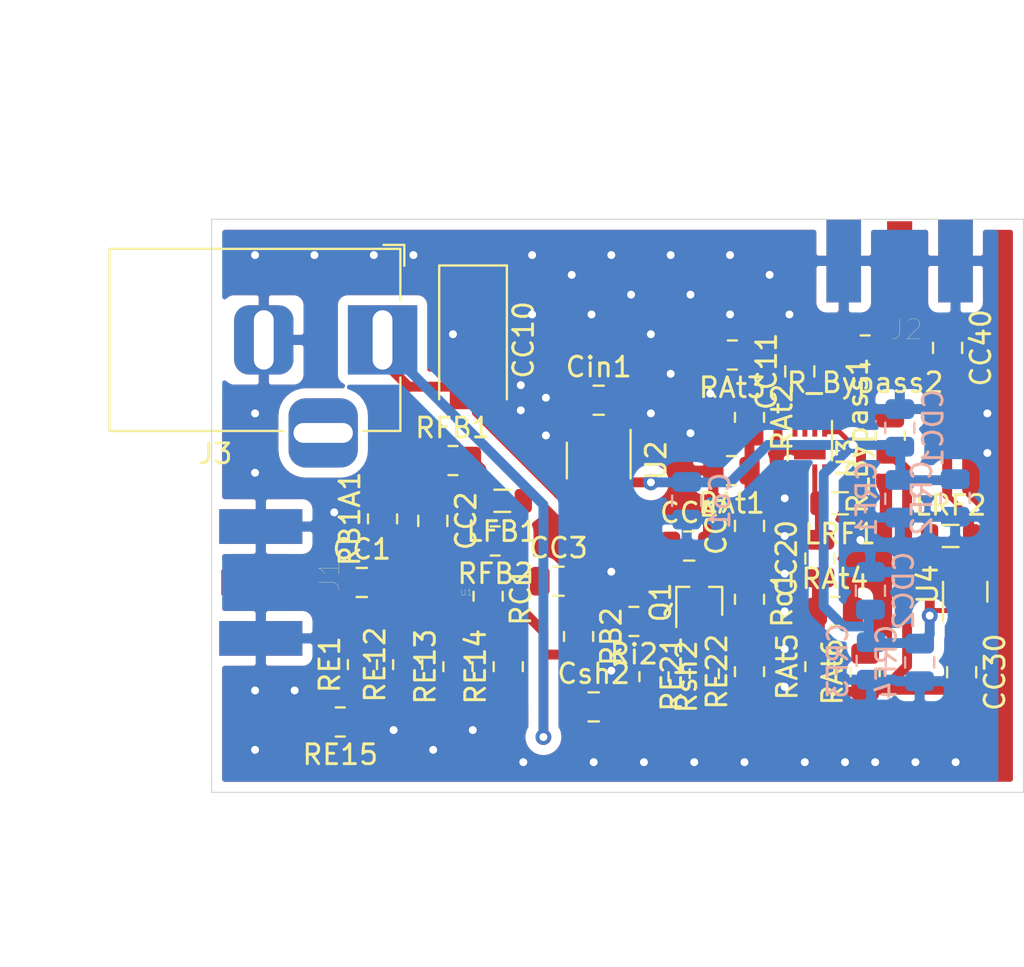
<source format=kicad_pcb>
(kicad_pcb (version 20171130) (host pcbnew "(5.1.9)-1")
  (layers (0 F.Cu signal) (31 B.Cu signal) (34 B.Paste user) (35 F.Paste user) (36 B.SilkS user) (37 F.SilkS user) (38 B.Mask user) (39 F.Mask user) (44 Edge.Cuts user))
  (net 0 "")
  (net 1 "Net-(CC1-Pad2)")
  (net 2 "Net-(CC1-Pad1)")
  (net 3 "Net-(CC2-Pad1)")
  (net 4 "Net-(CC3-Pad2)")
  (net 5 "Net-(CC3-Pad1)")
  (net 6 GND)
  (net 7 VCC)
  (net 8 "Net-(CC5-Pad2)")
  (net 9 "Net-(CC5-Pad1)")
  (net 10 /LNA_Input1)
  (net 11 "Net-(CC11-Pad1)")
  (net 12 "Net-(CC20-Pad2)")
  (net 13 "Net-(CC20-Pad1)")
  (net 14 "Net-(CC30-Pad1)")
  (net 15 "Net-(CC40-Pad2)")
  (net 16 "Net-(CC40-Pad1)")
  (net 17 "Net-(CDC1-Pad1)")
  (net 18 "Net-(Csh2-Pad2)")
  (net 19 "Net-(LFB1-Pad2)")
  (net 20 "Net-(LFB1-Pad1)")
  (net 21 "Net-(Q1-Pad2)")
  (net 22 "Net-(Q1-Pad1)")
  (net 23 "Net-(RE1-Pad2)")
  (net 24 "Net-(U2-Pad4)")
  (net 25 "Net-(U3-Pad6)")
  (net 26 "Net-(U3-Pad4)")
  (net 27 "Net-(U3-Pad8)")
  (net 28 "Net-(U3-Pad3)")
  (net 29 "Net-(U4-Pad6)")
  (net 30 "Net-(U4-Pad4)")
  (net 31 "Net-(U4-Pad8)")
  (net 32 "Net-(U4-Pad3)")
  (net 33 "Net-(CC30-Pad2)")
  (module AdditionalLibs:SAMTEC_SMA-J-P-H-ST-EM1 (layer F.Cu) (at 74.38644 32.88792 180)
    (fp_text reference J2 (at -0.34105 -3.66967) (layer F.SilkS) (effects (font (thickness 0.015))))
    (fp_text value SMA-J-P-H-ST-EM1)
    (pad 3_2 smd rect (at 2.825 -0.2 180) (size 1.75 4.2) (layers B.Cu B.Paste B.Mask) (net 6 GND))
    (pad 2_2 smd rect (at -2.825 -0.2 180) (size 1.75 4.2) (layers B.Cu B.Paste B.Mask) (net 6 GND))
    (pad 3_1 smd rect (at 2.825 -0.2 180) (size 1.75 4.2) (layers F.Cu F.Paste F.Mask) (net 6 GND))
    (pad 2_1 smd rect (at -2.825 -0.2 180) (size 1.75 4.2) (layers F.Cu F.Paste F.Mask) (net 6 GND))
    (pad 1 smd rect (at 0 0 180) (size 1.27 3.6) (layers F.Cu F.Paste F.Mask) (net 16 "Net-(CC40-Pad1)"))
  )
  (module AdditionalLibs:SAMTEC_SMA-J-P-H-ST-EM1 (layer F.Cu) (at 41.91 49.34 270)
    (fp_text reference J1 (at -0.34105 -3.66967 90) (layer F.SilkS) (effects (font (thickness 0.015))))
    (fp_text value SMA-J-P-H-ST-EM1)
    (pad 3_2 smd rect (at 2.825 -0.2 270) (size 1.75 4.2) (layers B.Cu B.Paste B.Mask) (net 6 GND))
    (pad 2_2 smd rect (at -2.825 -0.2 270) (size 1.75 4.2) (layers B.Cu B.Paste B.Mask) (net 6 GND))
    (pad 3_1 smd rect (at 2.825 -0.2 270) (size 1.75 4.2) (layers F.Cu F.Paste F.Mask) (net 6 GND))
    (pad 2_1 smd rect (at -2.825 -0.2 270) (size 1.75 4.2) (layers F.Cu F.Paste F.Mask) (net 6 GND))
    (pad 1 smd rect (at 0 0 270) (size 1.27 3.6) (layers F.Cu F.Paste F.Mask) (net 2 "Net-(CC1-Pad1)"))
  )
  (module Resistor_SMD:R_0805_2012Metric (layer F.Cu) (at 72.644 53.848 90)
    (fp_text reference RAt6 (at 0 -1.65 90) (layer F.SilkS))
    (fp_text value 300)
    (pad 2 smd roundrect (at 0.9125 0 90) (size 1.025 1.4) (layers F.Cu F.Paste F.Mask) (roundrect_rratio 0.243902) (net 6 GND))
    (pad 1 smd roundrect (at -0.9125 0 90) (size 1.025 1.4) (layers F.Cu F.Paste F.Mask) (roundrect_rratio 0.243902) (net 33 "Net-(CC30-Pad2)"))
  )
  (module Resistor_SMD:R_0805_2012Metric (layer F.Cu) (at 70.358 53.594 90)
    (fp_text reference RAt5 (at 0 -1.65 90) (layer F.SilkS))
    (fp_text value 18)
    (pad 2 smd roundrect (at 0.9125 0 90) (size 1.025 1.4) (layers F.Cu F.Paste F.Mask) (roundrect_rratio 0.243902) (net 13 "Net-(CC20-Pad1)"))
    (pad 1 smd roundrect (at -0.9125 0 90) (size 1.025 1.4) (layers F.Cu F.Paste F.Mask) (roundrect_rratio 0.243902) (net 33 "Net-(CC30-Pad2)"))
  )
  (module Resistor_SMD:R_0805_2012Metric (layer F.Cu) (at 71.12 50.8)
    (fp_text reference RAt4 (at 0 -1.65) (layer F.SilkS))
    (fp_text value 300)
    (pad 2 smd roundrect (at 0.9125 0) (size 1.025 1.4) (layers F.Cu F.Paste F.Mask) (roundrect_rratio 0.243902) (net 6 GND))
    (pad 1 smd roundrect (at -0.9125 0) (size 1.025 1.4) (layers F.Cu F.Paste F.Mask) (roundrect_rratio 0.243902) (net 13 "Net-(CC20-Pad1)"))
  )
  (module Package_SON:WSON-8-1EP_2x2mm_P0.5mm_EP0.9x1.6mm (layer F.Cu) (at 77.6986 49.8094 90)
    (fp_text reference U4 (at 0.38 -1.9 90) (layer F.SilkS))
    (fp_text value TRF37A73)
    (pad 6 smd rect (at 0.95 0.25 90) (size 0.5 0.25) (layers F.Cu F.Paste F.Mask) (net 29 "Net-(U4-Pad6)"))
    (pad 5 smd rect (at 0.95 0.75 90) (size 0.5 0.25) (layers F.Cu F.Paste F.Mask) (net 6 GND))
    (pad 4 smd rect (at -0.95 0.75 90) (size 0.5 0.25) (layers F.Cu F.Paste F.Mask) (net 30 "Net-(U4-Pad4)"))
    (pad 2 smd rect (at -0.95 -0.25 90) (size 0.5 0.25) (layers F.Cu F.Paste F.Mask) (net 14 "Net-(CC30-Pad1)"))
    (pad 1 smd rect (at -0.95 -0.75 90) (size 0.5 0.25) (layers F.Cu F.Paste F.Mask) (net 17 "Net-(CDC1-Pad1)"))
    (pad 9 smd rect (at 0 0 90) (size 0.9 1.6) (layers F.Cu F.Mask) (net 6 GND))
    (pad 8 smd rect (at 0.95 -0.75 90) (size 0.5 0.25) (layers F.Cu F.Paste F.Mask) (net 31 "Net-(U4-Pad8)"))
    (pad 7 smd rect (at 0.95 -0.25 90) (size 0.5 0.25) (layers F.Cu F.Paste F.Mask) (net 15 "Net-(CC40-Pad2)"))
    (pad 3 smd rect (at -0.95 0.25 90) (size 0.5 0.25) (layers F.Cu F.Paste F.Mask) (net 32 "Net-(U4-Pad3)"))
  )
  (module Package_SON:WSON-8-1EP_2x2mm_P0.5mm_EP0.9x1.6mm (layer F.Cu) (at 69.85 42.672 270)
    (fp_text reference U3 (at 0.38 -1.9 90) (layer F.SilkS))
    (fp_text value TRF37A73)
    (pad 6 smd rect (at 0.95 0.25 270) (size 0.5 0.25) (layers F.Cu F.Paste F.Mask) (net 25 "Net-(U3-Pad6)"))
    (pad 5 smd rect (at 0.95 0.75 270) (size 0.5 0.25) (layers F.Cu F.Paste F.Mask) (net 6 GND))
    (pad 4 smd rect (at -0.95 0.75 270) (size 0.5 0.25) (layers F.Cu F.Paste F.Mask) (net 26 "Net-(U3-Pad4)"))
    (pad 2 smd rect (at -0.95 -0.25 270) (size 0.5 0.25) (layers F.Cu F.Paste F.Mask) (net 11 "Net-(CC11-Pad1)"))
    (pad 1 smd rect (at -0.95 -0.75 270) (size 0.5 0.25) (layers F.Cu F.Paste F.Mask) (net 17 "Net-(CDC1-Pad1)"))
    (pad 9 smd rect (at 0 0 270) (size 0.9 1.6) (layers F.Cu F.Mask) (net 6 GND))
    (pad 8 smd rect (at 0.95 -0.75 270) (size 0.5 0.25) (layers F.Cu F.Paste F.Mask) (net 27 "Net-(U3-Pad8)"))
    (pad 7 smd rect (at 0.95 -0.25 270) (size 0.5 0.25) (layers F.Cu F.Paste F.Mask) (net 12 "Net-(CC20-Pad2)"))
    (pad 3 smd rect (at -0.95 0.25 270) (size 0.5 0.25) (layers F.Cu F.Paste F.Mask) (net 28 "Net-(U3-Pad3)"))
  )
  (module Package_TO_SOT_SMD:SOT-23-5 (layer F.Cu) (at 59.182 43.18 270)
    (fp_text reference U2 (at 0 -2.9 90) (layer F.SilkS))
    (fp_text value TPS7A0533PDBV)
    (pad 5 smd rect (at 1.1 -0.95 270) (size 1.06 0.65) (layers F.Cu F.Paste F.Mask) (net 17 "Net-(CDC1-Pad1)"))
    (pad 4 smd rect (at 1.1 0.95 270) (size 1.06 0.65) (layers F.Cu F.Paste F.Mask) (net 24 "Net-(U2-Pad4)"))
    (pad 3 smd rect (at -1.1 0.95 270) (size 1.06 0.65) (layers F.Cu F.Paste F.Mask) (net 7 VCC))
    (pad 2 smd rect (at -1.1 0 270) (size 1.06 0.65) (layers F.Cu F.Paste F.Mask) (net 6 GND))
    (pad 1 smd rect (at -1.1 -0.95 270) (size 1.06 0.65) (layers F.Cu F.Paste F.Mask) (net 7 VCC))
  )
  (module AdditionalLibs:SOT343 (layer F.Cu) (at 50.8 49.784)
    (fp_text reference U1 (at 1.690023 0.06 180) (layer F.SilkS) (effects (font (size 0.314965 0.314965) (thickness 0.015))))
    (fp_text value BFU790F)
    (pad 3 smd rect (at -0.65 -0.8) (size 0.6 0.8) (layers F.Cu F.Paste F.Mask) (net 23 "Net-(RE1-Pad2)"))
    (pad 4 smd rect (at 0.65 -0.8) (size 0.6 0.8) (layers F.Cu F.Paste F.Mask) (net 5 "Net-(CC3-Pad1)"))
    (pad 1 smd rect (at 0.5 0.8) (size 0.9 0.8) (layers F.Cu F.Paste F.Mask) (net 23 "Net-(RE1-Pad2)"))
    (pad 2 smd rect (at -0.65 0.8) (size 0.6 0.8) (layers F.Cu F.Paste F.Mask) (net 1 "Net-(CC1-Pad2)"))
  )
  (module Resistor_SMD:R_0805_2012Metric (layer F.Cu) (at 61.976 54.102 270)
    (fp_text reference Rsh2 (at 0 -1.65 90) (layer F.SilkS))
    (fp_text value 120)
    (pad 2 smd roundrect (at 0.9125 0 270) (size 1.025 1.4) (layers F.Cu F.Paste F.Mask) (roundrect_rratio 0.243902) (net 18 "Net-(Csh2-Pad2)"))
    (pad 1 smd roundrect (at -0.9125 0 270) (size 1.025 1.4) (layers F.Cu F.Paste F.Mask) (roundrect_rratio 0.243902) (net 22 "Net-(Q1-Pad1)"))
  )
  (module Resistor_SMD:R_0805_2012Metric (layer F.Cu) (at 66.802 50.1885 270)
    (fp_text reference Ro1 (at 0 -1.65 90) (layer F.SilkS))
    (fp_text value 27)
    (pad 2 smd roundrect (at 0.9125 0 270) (size 1.025 1.4) (layers F.Cu F.Paste F.Mask) (roundrect_rratio 0.243902) (net 21 "Net-(Q1-Pad2)"))
    (pad 1 smd roundrect (at -0.9125 0 270) (size 1.025 1.4) (layers F.Cu F.Paste F.Mask) (roundrect_rratio 0.243902) (net 9 "Net-(CC5-Pad1)"))
  )
  (module Resistor_SMD:R_0805_2012Metric (layer F.Cu) (at 60.96 51.308 180)
    (fp_text reference Ri2 (at 0 -1.65) (layer F.SilkS))
    (fp_text value 18)
    (pad 2 smd roundrect (at 0.9125 0 180) (size 1.025 1.4) (layers F.Cu F.Paste F.Mask) (roundrect_rratio 0.243902) (net 4 "Net-(CC3-Pad2)"))
    (pad 1 smd roundrect (at -0.9125 0 180) (size 1.025 1.4) (layers F.Cu F.Paste F.Mask) (roundrect_rratio 0.243902) (net 22 "Net-(Q1-Pad1)"))
  )
  (module Resistor_SMD:R_0805_2012Metric (layer F.Cu) (at 53.9515 47.244 180)
    (fp_text reference RFB2 (at 0 -1.65) (layer F.SilkS))
    (fp_text value 330)
    (pad 2 smd roundrect (at 0.9125 0 180) (size 1.025 1.4) (layers F.Cu F.Paste F.Mask) (roundrect_rratio 0.243902) (net 5 "Net-(CC3-Pad1)"))
    (pad 1 smd roundrect (at -0.9125 0 180) (size 1.025 1.4) (layers F.Cu F.Paste F.Mask) (roundrect_rratio 0.243902) (net 20 "Net-(LFB1-Pad1)"))
  )
  (module Resistor_SMD:R_0805_2012Metric (layer F.Cu) (at 51.816 43.18)
    (fp_text reference RFB1 (at 0 -1.65) (layer F.SilkS))
    (fp_text value 330)
    (pad 2 smd roundrect (at 0.9125 0) (size 1.025 1.4) (layers F.Cu F.Paste F.Mask) (roundrect_rratio 0.243902) (net 19 "Net-(LFB1-Pad2)"))
    (pad 1 smd roundrect (at -0.9125 0) (size 1.025 1.4) (layers F.Cu F.Paste F.Mask) (roundrect_rratio 0.243902) (net 3 "Net-(CC2-Pad1)"))
  )
  (module Resistor_SMD:R_0805_2012Metric (layer F.Cu) (at 66.802 53.848 90)
    (fp_text reference RE22 (at 0 -1.65 90) (layer F.SilkS))
    (fp_text value 150)
    (pad 2 smd roundrect (at 0.9125 0 90) (size 1.025 1.4) (layers F.Cu F.Paste F.Mask) (roundrect_rratio 0.243902) (net 21 "Net-(Q1-Pad2)"))
    (pad 1 smd roundrect (at -0.9125 0 90) (size 1.025 1.4) (layers F.Cu F.Paste F.Mask) (roundrect_rratio 0.243902) (net 6 GND))
  )
  (module Resistor_SMD:R_0805_2012Metric (layer F.Cu) (at 64.516 53.9515 90)
    (fp_text reference RE21 (at 0 -1.65 90) (layer F.SilkS))
    (fp_text value 150)
    (pad 2 smd roundrect (at 0.9125 0 90) (size 1.025 1.4) (layers F.Cu F.Paste F.Mask) (roundrect_rratio 0.243902) (net 21 "Net-(Q1-Pad2)"))
    (pad 1 smd roundrect (at -0.9125 0 90) (size 1.025 1.4) (layers F.Cu F.Paste F.Mask) (roundrect_rratio 0.243902) (net 6 GND))
  )
  (module Resistor_SMD:R_0805_2012Metric (layer F.Cu) (at 46.1245 56.388 180)
    (fp_text reference RE15 (at 0 -1.65) (layer F.SilkS))
    (fp_text value 18)
    (pad 2 smd roundrect (at 0.9125 0 180) (size 1.025 1.4) (layers F.Cu F.Paste F.Mask) (roundrect_rratio 0.243902) (net 23 "Net-(RE1-Pad2)"))
    (pad 1 smd roundrect (at -0.9125 0 180) (size 1.025 1.4) (layers F.Cu F.Paste F.Mask) (roundrect_rratio 0.243902) (net 6 GND))
  )
  (module Resistor_SMD:R_0805_2012Metric (layer F.Cu) (at 54.61 53.594 90)
    (fp_text reference RE14 (at 0 -1.65 90) (layer F.SilkS))
    (fp_text value 18)
    (pad 2 smd roundrect (at 0.9125 0 90) (size 1.025 1.4) (layers F.Cu F.Paste F.Mask) (roundrect_rratio 0.243902) (net 23 "Net-(RE1-Pad2)"))
    (pad 1 smd roundrect (at -0.9125 0 90) (size 1.025 1.4) (layers F.Cu F.Paste F.Mask) (roundrect_rratio 0.243902) (net 6 GND))
  )
  (module Resistor_SMD:R_0805_2012Metric (layer F.Cu) (at 52.07 53.594 90)
    (fp_text reference RE13 (at 0 -1.65 90) (layer F.SilkS))
    (fp_text value 18)
    (pad 2 smd roundrect (at 0.9125 0 90) (size 1.025 1.4) (layers F.Cu F.Paste F.Mask) (roundrect_rratio 0.243902) (net 23 "Net-(RE1-Pad2)"))
    (pad 1 smd roundrect (at -0.9125 0 90) (size 1.025 1.4) (layers F.Cu F.Paste F.Mask) (roundrect_rratio 0.243902) (net 6 GND))
  )
  (module Resistor_SMD:R_0805_2012Metric (layer F.Cu) (at 49.53 53.4905 90)
    (fp_text reference RE12 (at 0 -1.65 90) (layer F.SilkS))
    (fp_text value 18)
    (pad 2 smd roundrect (at 0.9125 0 90) (size 1.025 1.4) (layers F.Cu F.Paste F.Mask) (roundrect_rratio 0.243902) (net 23 "Net-(RE1-Pad2)"))
    (pad 1 smd roundrect (at -0.9125 0 90) (size 1.025 1.4) (layers F.Cu F.Paste F.Mask) (roundrect_rratio 0.243902) (net 6 GND))
  )
  (module Resistor_SMD:R_0805_2012Metric (layer F.Cu) (at 47.244 53.4905 90)
    (fp_text reference RE1 (at 0 -1.65 90) (layer F.SilkS))
    (fp_text value 18)
    (pad 2 smd roundrect (at 0.9125 0 90) (size 1.025 1.4) (layers F.Cu F.Paste F.Mask) (roundrect_rratio 0.243902) (net 23 "Net-(RE1-Pad2)"))
    (pad 1 smd roundrect (at -0.9125 0 90) (size 1.025 1.4) (layers F.Cu F.Paste F.Mask) (roundrect_rratio 0.243902) (net 6 GND))
  )
  (module Resistor_SMD:R_0805_2012Metric (layer F.Cu) (at 53.594 50.038 270)
    (fp_text reference RC1 (at 0 -1.65 90) (layer F.SilkS))
    (fp_text value 100)
    (pad 2 smd roundrect (at 0.9125 0 270) (size 1.025 1.4) (layers F.Cu F.Paste F.Mask) (roundrect_rratio 0.243902) (net 7 VCC))
    (pad 1 smd roundrect (at -0.9125 0 270) (size 1.025 1.4) (layers F.Cu F.Paste F.Mask) (roundrect_rratio 0.243902) (net 5 "Net-(CC3-Pad1)"))
  )
  (module Resistor_SMD:R_0805_2012Metric (layer F.Cu) (at 48.26 46.1245 90)
    (fp_text reference RB1A1 (at 0 -1.65 90) (layer F.SilkS))
    (fp_text value 47k)
    (pad 2 smd roundrect (at 0.9125 0 90) (size 1.025 1.4) (layers F.Cu F.Paste F.Mask) (roundrect_rratio 0.243902) (net 7 VCC))
    (pad 1 smd roundrect (at -0.9125 0 90) (size 1.025 1.4) (layers F.Cu F.Paste F.Mask) (roundrect_rratio 0.243902) (net 1 "Net-(CC1-Pad2)"))
  )
  (module Resistor_SMD:R_0805_2012Metric (layer F.Cu) (at 58.166 52.07 270)
    (fp_text reference RB2 (at 0 -1.65 90) (layer F.SilkS))
    (fp_text value 9.1k)
    (pad 2 smd roundrect (at 0.9125 0 270) (size 1.025 1.4) (layers F.Cu F.Paste F.Mask) (roundrect_rratio 0.243902) (net 7 VCC))
    (pad 1 smd roundrect (at -0.9125 0 270) (size 1.025 1.4) (layers F.Cu F.Paste F.Mask) (roundrect_rratio 0.243902) (net 4 "Net-(CC3-Pad2)"))
  )
  (module Resistor_SMD:R_0805_2012Metric (layer F.Cu) (at 65.9365 37.846 180)
    (fp_text reference RAt3 (at 0 -1.65) (layer F.SilkS))
    (fp_text value 300)
    (pad 2 smd roundrect (at 0.9125 0 180) (size 1.025 1.4) (layers F.Cu F.Paste F.Mask) (roundrect_rratio 0.243902) (net 6 GND))
    (pad 1 smd roundrect (at -0.9125 0 180) (size 1.025 1.4) (layers F.Cu F.Paste F.Mask) (roundrect_rratio 0.243902) (net 10 /LNA_Input1))
  )
  (module Resistor_SMD:R_0805_2012Metric (layer F.Cu) (at 66.802 40.9975 270)
    (fp_text reference RAt2 (at 0 -1.65 90) (layer F.SilkS))
    (fp_text value 18)
    (pad 2 smd roundrect (at 0.9125 0 270) (size 1.025 1.4) (layers F.Cu F.Paste F.Mask) (roundrect_rratio 0.243902) (net 8 "Net-(CC5-Pad2)"))
    (pad 1 smd roundrect (at -0.9125 0 270) (size 1.025 1.4) (layers F.Cu F.Paste F.Mask) (roundrect_rratio 0.243902) (net 10 /LNA_Input1))
  )
  (module Resistor_SMD:R_0805_2012Metric (layer F.Cu) (at 65.8895 43.688 180)
    (fp_text reference RAt1 (at 0 -1.65) (layer F.SilkS))
    (fp_text value 300)
    (pad 2 smd roundrect (at 0.9125 0 180) (size 1.025 1.4) (layers F.Cu F.Paste F.Mask) (roundrect_rratio 0.243902) (net 6 GND))
    (pad 1 smd roundrect (at -0.9125 0 180) (size 1.025 1.4) (layers F.Cu F.Paste F.Mask) (roundrect_rratio 0.243902) (net 8 "Net-(CC5-Pad2)"))
  )
  (module Resistor_SMD:R_0805_2012Metric (layer F.Cu) (at 72.644 37.592 180)
    (fp_text reference R_Bypass2 (at 0 -1.65) (layer F.SilkS))
    (fp_text value 0)
    (pad 2 smd roundrect (at 0.9125 0 180) (size 1.025 1.4) (layers F.Cu F.Paste F.Mask) (roundrect_rratio 0.243902) (net 11 "Net-(CC11-Pad1)"))
    (pad 1 smd roundrect (at -0.9125 0 180) (size 1.025 1.4) (layers F.Cu F.Paste F.Mask) (roundrect_rratio 0.243902) (net 15 "Net-(CC40-Pad2)"))
  )
  (module Resistor_SMD:R_0805_2012Metric (layer F.Cu) (at 73.914 41.91 90)
    (fp_text reference R_Bypass1 (at 0 -1.65 90) (layer F.SilkS))
    (fp_text value 0)
    (pad 2 smd roundrect (at 0.9125 0 90) (size 1.025 1.4) (layers F.Cu F.Paste F.Mask) (roundrect_rratio 0.243902) (net 11 "Net-(CC11-Pad1)"))
    (pad 1 smd roundrect (at -0.9125 0 90) (size 1.025 1.4) (layers F.Cu F.Paste F.Mask) (roundrect_rratio 0.243902) (net 33 "Net-(CC30-Pad2)"))
  )
  (module Package_TO_SOT_SMD:SOT-323_SC-70 (layer F.Cu) (at 64.262 50.292 90)
    (fp_text reference Q1 (at -0.05 -1.95 90) (layer F.SilkS))
    (fp_text value Q_NPN_BEC)
    (pad 3 smd rect (at 1 0) (size 0.45 0.7) (layers F.Cu F.Paste F.Mask) (net 7 VCC))
    (pad 2 smd rect (at -1 0.65) (size 0.45 0.7) (layers F.Cu F.Paste F.Mask) (net 21 "Net-(Q1-Pad2)"))
    (pad 1 smd rect (at -1 -0.65) (size 0.45 0.7) (layers F.Cu F.Paste F.Mask) (net 22 "Net-(Q1-Pad1)"))
  )
  (module Inductor_SMD:L_0805_2012Metric (layer F.Cu) (at 76.962 46.99)
    (fp_text reference LRF2 (at 0 -1.55) (layer F.SilkS))
    (fp_text value 100n)
    (pad 2 smd roundrect (at 1.0625 0) (size 0.875 1.2) (layers F.Cu F.Paste F.Mask) (net 15 "Net-(CC40-Pad2)"))
    (pad 1 smd roundrect (at -1.0625 0) (size 0.875 1.2) (layers F.Cu F.Paste F.Mask) (net 17 "Net-(CDC1-Pad1)"))
  )
  (module Inductor_SMD:L_0805_2012Metric (layer F.Cu) (at 71.374 45.339 180)
    (fp_text reference LRF1 (at 0 -1.55) (layer F.SilkS))
    (fp_text value 100n)
    (pad 2 smd roundrect (at 1.0625 0 180) (size 0.875 1.2) (layers F.Cu F.Paste F.Mask) (net 12 "Net-(CC20-Pad2)"))
    (pad 1 smd roundrect (at -1.0625 0 180) (size 0.875 1.2) (layers F.Cu F.Paste F.Mask) (net 17 "Net-(CDC1-Pad1)"))
  )
  (module Inductor_SMD:L_0805_2012Metric (layer F.Cu) (at 54.3095 45.212 180)
    (fp_text reference LFB1 (at 0 -1.55) (layer F.SilkS))
    (fp_text value 130n)
    (pad 2 smd roundrect (at 1.0625 0 180) (size 0.875 1.2) (layers F.Cu F.Paste F.Mask) (net 19 "Net-(LFB1-Pad2)"))
    (pad 1 smd roundrect (at -1.0625 0 180) (size 0.875 1.2) (layers F.Cu F.Paste F.Mask) (net 20 "Net-(LFB1-Pad1)"))
  )
  (module Connector_BarrelJack:BarrelJack_Horizontal (layer F.Cu) (at 48.26 37.084)
    (fp_text reference J3 (at -8.45 5.75) (layer F.SilkS))
    (fp_text value Barrel_Jack_MountingPin)
    (pad 3 thru_hole roundrect (at -3 4.7) (size 3.5 3.5) (drill oval 3 1) (layers *.Cu *.Mask))
    (pad 2 thru_hole roundrect (at -6 0) (size 3 3.5) (drill oval 1 3) (layers *.Cu *.Mask) (net 6 GND))
    (pad 1 thru_hole rect (at 0 0) (size 3.5 3.5) (drill oval 1 3) (layers *.Cu *.Mask) (net 7 VCC))
  )
  (module Capacitor_SMD:C_0805_2012Metric (layer F.Cu) (at 58.928 55.626)
    (fp_text reference Csh2 (at 0 -1.68) (layer F.SilkS))
    (fp_text value 1.2p)
    (pad 2 smd roundrect (at 0.95 0) (size 1 1.45) (layers F.Cu F.Paste F.Mask) (net 18 "Net-(Csh2-Pad2)"))
    (pad 1 smd roundrect (at -0.95 0) (size 1 1.45) (layers F.Cu F.Paste F.Mask) (net 6 GND))
  )
  (module Capacitor_SMD:C_0805_2012Metric (layer B.Cu) (at 75.3999 53.3781 270)
    (fp_text reference CRF4 (at 0 1.68 90) (layer B.SilkS) (effects (justify mirror)))
    (fp_text value 20p)
    (pad 2 smd roundrect (at 0.95 0 270) (size 1 1.45) (layers B.Cu B.Paste B.Mask) (net 6 GND))
    (pad 1 smd roundrect (at -0.95 0 270) (size 1 1.45) (layers B.Cu B.Paste B.Mask) (net 17 "Net-(CDC1-Pad1)"))
  )
  (module Capacitor_SMD:C_0805_2012Metric (layer B.Cu) (at 72.9488 53.3019 270)
    (fp_text reference CRF3 (at 0 1.68 90) (layer B.SilkS) (effects (justify mirror)))
    (fp_text value 20p)
    (pad 2 smd roundrect (at 0.95 0 270) (size 1 1.45) (layers B.Cu B.Paste B.Mask) (net 6 GND))
    (pad 1 smd roundrect (at -0.95 0 270) (size 1 1.45) (layers B.Cu B.Paste B.Mask) (net 17 "Net-(CDC1-Pad1)"))
  )
  (module Capacitor_SMD:C_0805_2012Metric (layer B.Cu) (at 77.1906 45.0698 270)
    (fp_text reference CRF2 (at 0 1.68 270) (layer B.SilkS) (effects (justify mirror)))
    (fp_text value 20p)
    (pad 2 smd roundrect (at 0.95 0 270) (size 1 1.45) (layers B.Cu B.Paste B.Mask) (net 6 GND))
    (pad 1 smd roundrect (at -0.95 0 270) (size 1 1.45) (layers B.Cu B.Paste B.Mask) (net 17 "Net-(CDC1-Pad1)"))
  )
  (module Capacitor_SMD:C_0805_2012Metric (layer B.Cu) (at 74.3966 45.1104 270)
    (fp_text reference CRF1 (at 0 1.68 270) (layer B.SilkS) (effects (justify mirror)))
    (fp_text value 20p)
    (pad 2 smd roundrect (at 0.95 0 270) (size 1 1.45) (layers B.Cu B.Paste B.Mask) (net 6 GND))
    (pad 1 smd roundrect (at -0.95 0 270) (size 1 1.45) (layers B.Cu B.Paste B.Mask) (net 17 "Net-(CDC1-Pad1)"))
  )
  (module Capacitor_SMD:C_0805_2012Metric (layer B.Cu) (at 63.627 45.212 90)
    (fp_text reference Co1 (at 0 1.68 90) (layer B.SilkS) (effects (justify mirror)))
    (fp_text value 1u)
    (pad 2 smd roundrect (at 0.95 0 90) (size 1 1.45) (layers B.Cu B.Paste B.Mask) (net 17 "Net-(CDC1-Pad1)"))
    (pad 1 smd roundrect (at -0.95 0 90) (size 1 1.45) (layers B.Cu B.Paste B.Mask) (net 6 GND))
  )
  (module Capacitor_SMD:C_0805_2012Metric (layer F.Cu) (at 59.182 40.132)
    (fp_text reference Cin1 (at 0 -1.68) (layer F.SilkS))
    (fp_text value 1u)
    (pad 2 smd roundrect (at 0.95 0) (size 1 1.45) (layers F.Cu F.Paste F.Mask) (net 7 VCC))
    (pad 1 smd roundrect (at -0.95 0) (size 1 1.45) (layers F.Cu F.Paste F.Mask) (net 6 GND))
  )
  (module Capacitor_SMD:C_0805_2012Metric (layer B.Cu) (at 72.9107 49.7586 90)
    (fp_text reference CDC2 (at 0 1.68 90) (layer B.SilkS) (effects (justify mirror)))
    (fp_text value .1u)
    (pad 2 smd roundrect (at 0.95 0 90) (size 1 1.45) (layers B.Cu B.Paste B.Mask) (net 6 GND))
    (pad 1 smd roundrect (at -0.95 0 90) (size 1 1.45) (layers B.Cu B.Paste B.Mask) (net 17 "Net-(CDC1-Pad1)"))
  )
  (module Capacitor_SMD:C_0805_2012Metric (layer B.Cu) (at 74.3966 41.529 90)
    (fp_text reference CDC1 (at 0 1.68 270) (layer B.SilkS) (effects (justify mirror)))
    (fp_text value .1u)
    (pad 2 smd roundrect (at 0.95 0 90) (size 1 1.45) (layers B.Cu B.Paste B.Mask) (net 6 GND))
    (pad 1 smd roundrect (at -0.95 0 90) (size 1 1.45) (layers B.Cu B.Paste B.Mask) (net 17 "Net-(CDC1-Pad1)"))
  )
  (module Capacitor_SMD:C_0805_2012Metric (layer F.Cu) (at 76.8096 37.48532 270)
    (fp_text reference CC40 (at 0 -1.68 90) (layer F.SilkS))
    (fp_text value .47u)
    (pad 2 smd roundrect (at 0.95 0 270) (size 1 1.45) (layers F.Cu F.Paste F.Mask) (net 15 "Net-(CC40-Pad2)"))
    (pad 1 smd roundrect (at -0.95 0 270) (size 1 1.45) (layers F.Cu F.Paste F.Mask) (net 16 "Net-(CC40-Pad1)"))
  )
  (module Capacitor_SMD:C_0805_2012Metric (layer F.Cu) (at 77.5208 53.8734 270)
    (fp_text reference CC30 (at 0 -1.68 270) (layer F.SilkS))
    (fp_text value .47u)
    (pad 2 smd roundrect (at 0.95 0 270) (size 1 1.45) (layers F.Cu F.Paste F.Mask) (net 33 "Net-(CC30-Pad2)"))
    (pad 1 smd roundrect (at -0.95 0 270) (size 1 1.45) (layers F.Cu F.Paste F.Mask) (net 14 "Net-(CC30-Pad1)"))
  )
  (module Capacitor_SMD:C_0805_2012Metric (layer F.Cu) (at 70.358 48.133 90)
    (fp_text reference CC20 (at 0 -1.68 90) (layer F.SilkS))
    (fp_text value .47u)
    (pad 2 smd roundrect (at 0.95 0 90) (size 1 1.45) (layers F.Cu F.Paste F.Mask) (net 12 "Net-(CC20-Pad2)"))
    (pad 1 smd roundrect (at -0.95 0 90) (size 1 1.45) (layers F.Cu F.Paste F.Mask) (net 13 "Net-(CC20-Pad1)"))
  )
  (module Capacitor_SMD:C_0805_2012Metric (layer F.Cu) (at 69.342 38.674 90)
    (fp_text reference CC11 (at 0 -1.68 90) (layer F.SilkS))
    (fp_text value .47u)
    (pad 2 smd roundrect (at 0.95 0 90) (size 1 1.45) (layers F.Cu F.Paste F.Mask) (net 10 /LNA_Input1))
    (pad 1 smd roundrect (at -0.95 0 90) (size 1 1.45) (layers F.Cu F.Paste F.Mask) (net 11 "Net-(CC11-Pad1)"))
  )
  (module Capacitor_Tantalum_SMD:CP_EIA-6032-28_Kemet-C (layer F.Cu) (at 52.832 37.084 270)
    (fp_text reference CC10 (at 0 -2.55 90) (layer F.SilkS))
    (fp_text value 10u)
    (pad 2 smd roundrect (at 2.4625 0 270) (size 2.075 2.35) (layers F.Cu F.Paste F.Mask) (roundrect_rratio 0.120482) (net 7 VCC))
    (pad 1 smd roundrect (at -2.4625 0 270) (size 2.075 2.35) (layers F.Cu F.Paste F.Mask) (roundrect_rratio 0.120482) (net 6 GND))
  )
  (module Capacitor_SMD:C_0805_2012Metric (layer F.Cu) (at 66.802 46.482 90)
    (fp_text reference CC5 (at 0 -1.68 90) (layer F.SilkS))
    (fp_text value .47u)
    (pad 2 smd roundrect (at 0.95 0 90) (size 1 1.45) (layers F.Cu F.Paste F.Mask) (net 8 "Net-(CC5-Pad2)"))
    (pad 1 smd roundrect (at -0.95 0 90) (size 1 1.45) (layers F.Cu F.Paste F.Mask) (net 9 "Net-(CC5-Pad1)"))
  )
  (module Capacitor_SMD:C_0805_2012Metric (layer F.Cu) (at 63.754 47.498)
    (fp_text reference CC4 (at 0 -1.68) (layer F.SilkS))
    (fp_text value .47u)
    (pad 2 smd roundrect (at 0.95 0) (size 1 1.45) (layers F.Cu F.Paste F.Mask) (net 6 GND))
    (pad 1 smd roundrect (at -0.95 0) (size 1 1.45) (layers F.Cu F.Paste F.Mask) (net 7 VCC))
  )
  (module Capacitor_SMD:C_0805_2012Metric (layer F.Cu) (at 57.15 49.276)
    (fp_text reference CC3 (at 0 -1.68) (layer F.SilkS))
    (fp_text value .47u)
    (pad 2 smd roundrect (at 0.95 0) (size 1 1.45) (layers F.Cu F.Paste F.Mask) (net 4 "Net-(CC3-Pad2)"))
    (pad 1 smd roundrect (at -0.95 0) (size 1 1.45) (layers F.Cu F.Paste F.Mask) (net 5 "Net-(CC3-Pad1)"))
  )
  (module Capacitor_SMD:C_0805_2012Metric (layer F.Cu) (at 50.8 46.228 270)
    (fp_text reference CC2 (at 0 -1.68 90) (layer F.SilkS))
    (fp_text value .47u)
    (pad 2 smd roundrect (at 0.95 0 270) (size 1 1.45) (layers F.Cu F.Paste F.Mask) (net 1 "Net-(CC1-Pad2)"))
    (pad 1 smd roundrect (at -0.95 0 270) (size 1 1.45) (layers F.Cu F.Paste F.Mask) (net 3 "Net-(CC2-Pad1)"))
  )
  (module Capacitor_SMD:C_0805_2012Metric (layer F.Cu) (at 47.21 49.34)
    (fp_text reference CC1 (at 0 -1.68) (layer F.SilkS))
    (fp_text value .47u)
    (pad 2 smd roundrect (at 0.95 0) (size 1 1.45) (layers F.Cu F.Paste F.Mask) (net 1 "Net-(CC1-Pad2)"))
    (pad 1 smd roundrect (at -0.95 0) (size 1 1.45) (layers F.Cu F.Paste F.Mask) (net 2 "Net-(CC1-Pad1)"))
  )
  (gr_line (start 39.624 59.944) (end 39.624 59.436) (layer Edge.Cuts) (width 0.05))
  (gr_line (start 80.645 59.944) (end 39.624 59.944) (layer Edge.Cuts) (width 0.05))
  (gr_line (start 80.645 30.988) (end 80.645 59.944) (layer Edge.Cuts) (width 0.05))
  (gr_line (start 39.624 30.988) (end 80.645 30.988) (layer Edge.Cuts) (width 0.05))
  (gr_line (start 39.624 59.436) (end 39.624 30.988) (layer Edge.Cuts) (width 0.05))
  (segment (start 48.16 49.34) (end 48.196 49.34) (width 0.5) (layer F.Cu) (net 1))
  (segment (start 48.196 49.34) (end 49.402 50.546) (width 0.5) (layer F.Cu) (net 1))
  (segment (start 49.402 50.546) (end 50.292 50.546) (width 0.5) (layer F.Cu) (net 1))
  (segment (start 50.8 47.178) (end 48.448 47.178) (width 0.5) (layer F.Cu) (net 1))
  (segment (start 48.448 47.178) (end 48.26 46.99) (width 0.5) (layer F.Cu) (net 1))
  (segment (start 48.16 49.34) (end 48.16 47.09) (width 0.5) (layer F.Cu) (net 1))
  (segment (start 41.91 49.34) (end 44.26 49.34) (width 0.5) (layer F.Cu) (net 2))
  (segment (start 44.26 49.34) (end 41.974 49.34) (width 0.25) (layer F.Cu) (net 2))
  (segment (start 46.26 49.34) (end 44.26 49.34) (width 0.25) (layer F.Cu) (net 2))
  (segment (start 41.91 49.34) (end 45.53 49.34) (width 0.5) (layer F.Cu) (net 2))
  (segment (start 45.53 49.34) (end 46.164 49.34) (width 0.5) (layer F.Cu) (net 2))
  (segment (start 50.8 45.278) (end 50.8 43.18) (width 0.5) (layer F.Cu) (net 3))
  (segment (start 58.1 49.276) (end 58.1 51.242) (width 0.5) (layer F.Cu) (net 4))
  (segment (start 58.1 51.242) (end 58.166 51.176) (width 0.5) (layer F.Cu) (net 4))
  (segment (start 58.166 51.1575) (end 60.0475 51.1575) (width 0.5) (layer F.Cu) (net 4))
  (segment (start 51.45 48.984) (end 51.45 48.88) (width 0.5) (layer F.Cu) (net 5))
  (segment (start 51.45 48.88) (end 53.086 47.244) (width 0.5) (layer F.Cu) (net 5))
  (segment (start 51.45 48.984) (end 53.556 48.984) (width 0.5) (layer F.Cu) (net 5))
  (segment (start 53.556 48.984) (end 53.594 49.022) (width 0.5) (layer F.Cu) (net 5))
  (segment (start 53.594 49.1255) (end 55.9835 49.1255) (width 0.5) (layer F.Cu) (net 5))
  (segment (start 55.9835 49.1255) (end 56.134 49.276) (width 0.5) (layer F.Cu) (net 5))
  (segment (start 59.182 41.364998) (end 58.166 40.348998) (width 0.5) (layer F.Cu) (net 6))
  (segment (start 59.182 42.08) (end 59.182 41.364998) (width 0.5) (layer F.Cu) (net 6))
  (segment (start 58.166 40.348998) (end 58.166 40.132) (width 0.5) (layer F.Cu) (net 6))
  (segment (start 69.1 43.622) (end 68.773 43.622) (width 0.25) (layer F.Cu) (net 6))
  (segment (start 72.644 52.9355) (end 72.644 52.705) (width 0.5) (layer F.Cu) (net 6))
  (segment (start 72.644 52.705) (end 73.533 51.816) (width 0.5) (layer F.Cu) (net 6))
  (segment (start 73.533 51.816) (end 73.533 51.308) (width 0.5) (layer F.Cu) (net 6))
  (via (at 68.58 45.085) (size 0.8) (drill 0.4) (layers F.Cu B.Cu) (net 6))
  (via (at 68.58 46.99) (size 0.8) (drill 0.4) (layers F.Cu B.Cu) (net 6))
  (segment (start 73.533 51.308) (end 73.533 51.308) (width 0.5) (layer F.Cu) (net 6))
  (via (at 68.58 48.895) (size 0.8) (drill 0.4) (layers F.Cu B.Cu) (net 6))
  (via (at 68.58 50.8) (size 0.8) (drill 0.4) (layers F.Cu B.Cu) (net 6))
  (via (at 68.58 52.705) (size 0.8) (drill 0.4) (layers F.Cu B.Cu) (net 6))
  (via (at 68.58 54.61) (size 0.8) (drill 0.4) (layers F.Cu B.Cu) (net 6))
  (via (at 56.515 41.91) (size 0.8) (drill 0.4) (layers F.Cu B.Cu) (net 6))
  (via (at 55.245 40.64) (size 0.8) (drill 0.4) (layers F.Cu B.Cu) (net 6))
  (via (at 55.245 39.37) (size 0.8) (drill 0.4) (layers F.Cu B.Cu) (net 6))
  (via (at 56.515 40.005) (size 0.8) (drill 0.4) (layers F.Cu B.Cu) (net 6))
  (via (at 77.216 58.42) (size 0.8) (drill 0.4) (layers F.Cu B.Cu) (net 6))
  (via (at 75.184 58.42) (size 0.8) (drill 0.4) (layers F.Cu B.Cu) (net 6))
  (via (at 73.152 58.42) (size 0.8) (drill 0.4) (layers F.Cu B.Cu) (net 6))
  (via (at 71.628 58.42) (size 0.8) (drill 0.4) (layers F.Cu B.Cu) (net 6))
  (via (at 69.596 58.42) (size 0.8) (drill 0.4) (layers F.Cu B.Cu) (net 6))
  (via (at 66.548 58.42) (size 0.8) (drill 0.4) (layers F.Cu B.Cu) (net 6))
  (via (at 61.468 58.42) (size 0.8) (drill 0.4) (layers F.Cu B.Cu) (net 6))
  (via (at 64.008 58.42) (size 0.8) (drill 0.4) (layers F.Cu B.Cu) (net 6))
  (via (at 58.928 58.42) (size 0.8) (drill 0.4) (layers F.Cu B.Cu) (net 6))
  (via (at 55.372 58.42) (size 0.8) (drill 0.4) (layers F.Cu B.Cu) (net 6))
  (via (at 72.4027 47.1932) (size 0.8) (drill 0.4) (layers F.Cu B.Cu) (net 6))
  (segment (start 78.4486 48.8594) (end 78.5978 48.8594) (width 0.25) (layer F.Cu) (net 6))
  (segment (start 78.5978 48.8594) (end 78.72476 48.73244) (width 0.25) (layer F.Cu) (net 6))
  (via (at 41.81855 32.79647) (size 0.8) (drill 0.4) (layers F.Cu B.Cu) (net 6))
  (via (at 41.81855 40.79647) (size 0.8) (drill 0.4) (layers F.Cu B.Cu) (net 6))
  (via (at 41.81855 43.79647) (size 0.8) (drill 0.4) (layers F.Cu B.Cu) (net 6))
  (via (at 41.81855 54.79647) (size 0.8) (drill 0.4) (layers F.Cu B.Cu) (net 6))
  (via (at 41.81855 57.79647) (size 0.8) (drill 0.4) (layers F.Cu B.Cu) (net 6))
  (via (at 44.81855 32.79647) (size 0.8) (drill 0.4) (layers F.Cu B.Cu) (net 6))
  (via (at 45.81855 45.79647) (size 0.8) (drill 0.4) (layers F.Cu B.Cu) (net 6))
  (via (at 47.81855 32.79647) (size 0.8) (drill 0.4) (layers F.Cu B.Cu) (net 6))
  (via (at 48.81855 56.79647) (size 0.8) (drill 0.4) (layers F.Cu B.Cu) (net 6))
  (via (at 50.81855 57.79647) (size 0.8) (drill 0.4) (layers F.Cu B.Cu) (net 6))
  (via (at 51.81855 36.79647) (size 0.8) (drill 0.4) (layers F.Cu B.Cu) (net 6))
  (via (at 52.81855 56.79647) (size 0.8) (drill 0.4) (layers F.Cu B.Cu) (net 6))
  (via (at 55.81855 32.79647) (size 0.8) (drill 0.4) (layers F.Cu B.Cu) (net 6))
  (via (at 55.81855 35.79647) (size 0.8) (drill 0.4) (layers F.Cu B.Cu) (net 6))
  (via (at 57.81855 33.79647) (size 0.8) (drill 0.4) (layers F.Cu B.Cu) (net 6))
  (via (at 58.81855 35.79647) (size 0.8) (drill 0.4) (layers F.Cu B.Cu) (net 6))
  (via (at 59.81855 32.79647) (size 0.8) (drill 0.4) (layers F.Cu B.Cu) (net 6))
  (via (at 59.81855 48.79647) (size 0.8) (drill 0.4) (layers F.Cu B.Cu) (net 6))
  (via (at 59.81855 53.79647) (size 0.8) (drill 0.4) (layers F.Cu B.Cu) (net 6))
  (via (at 60.81855 34.79647) (size 0.8) (drill 0.4) (layers F.Cu B.Cu) (net 6))
  (via (at 61.81855 36.79647) (size 0.8) (drill 0.4) (layers F.Cu B.Cu) (net 6))
  (via (at 62.81855 32.79647) (size 0.8) (drill 0.4) (layers F.Cu B.Cu) (net 6))
  (via (at 62.81855 38.79647) (size 0.8) (drill 0.4) (layers F.Cu B.Cu) (net 6))
  (via (at 63.81855 34.79647) (size 0.8) (drill 0.4) (layers F.Cu B.Cu) (net 6))
  (via (at 65.81855 32.79647) (size 0.8) (drill 0.4) (layers F.Cu B.Cu) (net 6))
  (via (at 65.81855 35.79647) (size 0.8) (drill 0.4) (layers F.Cu B.Cu) (net 6))
  (via (at 67.81855 33.79647) (size 0.8) (drill 0.4) (layers F.Cu B.Cu) (net 6))
  (via (at 68.81855 35.79647) (size 0.8) (drill 0.4) (layers F.Cu B.Cu) (net 6))
  (via (at 78.81855 40.79647) (size 0.8) (drill 0.4) (layers F.Cu B.Cu) (net 6))
  (via (at 43.81855 54.79647) (size 0.8) (drill 0.4) (layers F.Cu B.Cu) (net 6))
  (via (at 49.81855 32.79647) (size 0.8) (drill 0.4) (layers F.Cu B.Cu) (net 6))
  (via (at 61.81855 40.79647) (size 0.8) (drill 0.4) (layers F.Cu B.Cu) (net 6))
  (via (at 63.81855 41.79647) (size 0.8) (drill 0.4) (layers F.Cu B.Cu) (net 6))
  (via (at 64.81855 39.79647) (size 0.8) (drill 0.4) (layers F.Cu B.Cu) (net 6))
  (via (at 78.81855 42.79647) (size 0.8) (drill 0.4) (layers F.Cu B.Cu) (net 6))
  (segment (start 53.594 50.9505) (end 55.5225 50.9505) (width 0.5) (layer F.Cu) (net 7))
  (segment (start 55.5225 50.9505) (end 56.388 51.816) (width 0.5) (layer F.Cu) (net 7))
  (segment (start 56.4915 52.9825) (end 56.388 53.086) (width 0.5) (layer F.Cu) (net 7))
  (segment (start 58.166 52.9825) (end 56.4915 52.9825) (width 0.5) (layer F.Cu) (net 7))
  (segment (start 56.388 53.086) (end 56.388 57.15) (width 0.5) (layer F.Cu) (net 7))
  (segment (start 56.388 51.816) (end 56.388 53.086) (width 0.5) (layer F.Cu) (net 7))
  (segment (start 56.388 57.15) (end 56.388 57.15) (width 0.5) (layer F.Cu) (net 7))
  (via (at 56.388 57.15) (size 0.8) (drill 0.4) (layers F.Cu B.Cu) (net 7))
  (segment (start 52.832 39.5465) (end 52.832 39.37) (width 0.5) (layer F.Cu) (net 7))
  (segment (start 54.952001 37.249999) (end 58.966999 37.249999) (width 0.5) (layer F.Cu) (net 7))
  (segment (start 52.832 39.37) (end 54.952001 37.249999) (width 0.5) (layer F.Cu) (net 7))
  (segment (start 58.966999 37.249999) (end 60.1218 38.4048) (width 0.5) (layer F.Cu) (net 7))
  (segment (start 60.1218 38.4048) (end 60.1218 42.291) (width 0.5) (layer F.Cu) (net 7))
  (segment (start 58.496999 43.060001) (end 58.2549 42.817902) (width 0.5) (layer F.Cu) (net 7))
  (segment (start 59.867001 43.060001) (end 58.496999 43.060001) (width 0.5) (layer F.Cu) (net 7))
  (segment (start 60.1218 42.805202) (end 59.867001 43.060001) (width 0.5) (layer F.Cu) (net 7))
  (segment (start 60.1218 42.291) (end 60.1218 42.805202) (width 0.5) (layer F.Cu) (net 7))
  (segment (start 58.2549 42.817902) (end 58.2549 41.8846) (width 0.5) (layer F.Cu) (net 7))
  (segment (start 48.26 37.084) (end 48.26 38.1254) (width 0.5) (layer F.Cu) (net 7))
  (segment (start 48.26 38.1254) (end 49.5808 39.4462) (width 0.5) (layer F.Cu) (net 7))
  (segment (start 49.5808 39.4462) (end 52.9336 39.4462) (width 0.5) (layer F.Cu) (net 7))
  (segment (start 49.5808 39.4462) (end 49.55032 39.4462) (width 0.5) (layer F.Cu) (net 7))
  (segment (start 49.55032 39.4462) (end 48.24984 40.74668) (width 0.5) (layer F.Cu) (net 7))
  (segment (start 48.24984 40.74668) (end 48.24984 45.212) (width 0.5) (layer F.Cu) (net 7))
  (segment (start 52.832 39.5465) (end 53.02374 39.5465) (width 0.5) (layer F.Cu) (net 7))
  (segment (start 53.02374 39.5465) (end 53.02374 40.13578) (width 0.5) (layer F.Cu) (net 7))
  (segment (start 53.02374 40.732421) (end 57.11952 44.828201) (width 0.5) (layer F.Cu) (net 7))
  (segment (start 53.02374 40.13578) (end 53.02374 40.732421) (width 0.5) (layer F.Cu) (net 7))
  (segment (start 57.11952 44.832522) (end 59.769758 47.48276) (width 0.5) (layer F.Cu) (net 7))
  (segment (start 57.11952 44.828201) (end 57.11952 44.832522) (width 0.5) (layer F.Cu) (net 7))
  (segment (start 59.769758 47.48276) (end 62.7126 47.48276) (width 0.5) (layer F.Cu) (net 7))
  (segment (start 56.388 57.15) (end 56.388 45.4152) (width 0.5) (layer B.Cu) (net 7))
  (segment (start 56.388 45.4152) (end 48.11268 37.13988) (width 0.5) (layer B.Cu) (net 7))
  (segment (start 62.804 47.498) (end 63.5 48.194) (width 0.5) (layer F.Cu) (net 7))
  (segment (start 63.5 48.194) (end 63.5 48.768) (width 0.5) (layer F.Cu) (net 7))
  (segment (start 63.5 48.768) (end 64.008 49.276) (width 0.5) (layer F.Cu) (net 7))
  (segment (start 64.008 49.276) (end 64.516 49.276) (width 0.5) (layer F.Cu) (net 7))
  (segment (start 66.802 45.532) (end 66.802 43.688) (width 0.5) (layer F.Cu) (net 8))
  (segment (start 66.802 43.688) (end 66.802 41.91) (width 0.5) (layer F.Cu) (net 8))
  (segment (start 66.802 49.276) (end 66.802 47.498) (width 0.5) (layer F.Cu) (net 9))
  (segment (start 66.849 37.846) (end 69.342 37.846) (width 0.5) (layer F.Cu) (net 10))
  (segment (start 66.802 40.085) (end 66.802 38.1) (width 0.5) (layer F.Cu) (net 10))
  (segment (start 69.342 39.624) (end 69.342 40.132) (width 0.5) (layer F.Cu) (net 11))
  (segment (start 69.342 40.132) (end 70.104 40.894) (width 0.5) (layer F.Cu) (net 11))
  (segment (start 70.104 40.894) (end 70.104 41.656) (width 0.25) (layer F.Cu) (net 11))
  (segment (start 69.342 39.624) (end 70.358 38.608) (width 0.5) (layer F.Cu) (net 11))
  (segment (start 70.358 38.608) (end 70.612 38.608) (width 0.5) (layer F.Cu) (net 11))
  (segment (start 70.612 38.608) (end 71.628 37.592) (width 0.5) (layer F.Cu) (net 11))
  (segment (start 70.104 40.894) (end 74.168 40.894) (width 0.5) (layer F.Cu) (net 11))
  (segment (start 70.1 43.622) (end 70.1 45.462) (width 0.25) (layer F.Cu) (net 12))
  (segment (start 70.1 45.462) (end 70.358 45.72) (width 0.25) (layer F.Cu) (net 12))
  (segment (start 70.358 46.99) (end 70.358 45.466) (width 0.5) (layer F.Cu) (net 12))
  (segment (start 70.358 52.6815) (end 70.358 50.8) (width 0.5) (layer F.Cu) (net 13))
  (segment (start 70.2075 50.8) (end 70.2075 49.1725) (width 0.5) (layer F.Cu) (net 13))
  (segment (start 77.5208 51.15814) (end 77.42682 51.06416) (width 0.25) (layer F.Cu) (net 14))
  (segment (start 77.5208 52.9234) (end 77.5208 51.15814) (width 0.25) (layer F.Cu) (net 14))
  (segment (start 77.42682 51.06416) (end 77.42682 50.6349) (width 0.25) (layer F.Cu) (net 14))
  (segment (start 77.4486 48.8594) (end 77.4486 48.399398) (width 0.25) (layer F.Cu) (net 15))
  (segment (start 76.78928 44.8945) (end 76.78928 38.4048) (width 0.5) (layer F.Cu) (net 15))
  (segment (start 73.5565 37.592) (end 74.36104 37.592) (width 0.5) (layer F.Cu) (net 15))
  (segment (start 74.36104 37.592) (end 75.12304 38.354) (width 0.5) (layer F.Cu) (net 15))
  (segment (start 75.12304 38.354) (end 76.96708 38.354) (width 0.5) (layer F.Cu) (net 15))
  (segment (start 77.4486 48.399398) (end 77.4486 47.5194) (width 0.25) (layer F.Cu) (net 15))
  (segment (start 77.4486 47.5194) (end 77.978 46.99) (width 0.25) (layer F.Cu) (net 15))
  (segment (start 78.0245 46.12972) (end 76.78928 44.8945) (width 0.25) (layer F.Cu) (net 15))
  (segment (start 78.0245 46.99) (end 78.0245 46.12972) (width 0.25) (layer F.Cu) (net 15))
  (segment (start 76.8096 36.53532) (end 75.2373 36.53532) (width 0.5) (layer F.Cu) (net 16))
  (segment (start 75.2373 36.53532) (end 74.39406 35.69208) (width 0.5) (layer F.Cu) (net 16))
  (segment (start 74.39406 35.69208) (end 74.39406 32.11576) (width 0.5) (layer F.Cu) (net 16))
  (segment (start 70.6 41.722) (end 71.3384 41.722) (width 0.25) (layer F.Cu) (net 17))
  (segment (start 71.3384 41.722) (end 72.009 42.3926) (width 0.25) (layer F.Cu) (net 17))
  (segment (start 72.009 42.3926) (end 72.009 42.3926) (width 0.25) (layer F.Cu) (net 17))
  (via (at 72.009 42.3926) (size 0.8) (drill 0.4) (layers F.Cu B.Cu) (net 17))
  (segment (start 72.009 42.3926) (end 74.2188 42.3926) (width 0.5) (layer B.Cu) (net 17))
  (segment (start 74.2188 42.3926) (end 74.422 42.5958) (width 0.5) (layer B.Cu) (net 17))
  (segment (start 74.422 42.5958) (end 74.422 44.1452) (width 0.5) (layer B.Cu) (net 17))
  (segment (start 74.422 44.1452) (end 74.4474 44.1706) (width 0.5) (layer B.Cu) (net 17))
  (segment (start 74.4474 44.1706) (end 77.4192 44.1706) (width 0.5) (layer B.Cu) (net 17))
  (segment (start 72.4365 42.8201) (end 72.009 42.3926) (width 0.5) (layer F.Cu) (net 17))
  (segment (start 72.4365 45.339) (end 72.4365 42.8201) (width 0.5) (layer F.Cu) (net 17))
  (segment (start 76.9486 50.7594) (end 76.1644 50.7594) (width 0.25) (layer F.Cu) (net 17))
  (segment (start 76.1644 50.7594) (end 75.9079 51.0159) (width 0.25) (layer F.Cu) (net 17))
  (segment (start 75.9079 51.0159) (end 75.9079 51.0159) (width 0.25) (layer F.Cu) (net 17))
  (via (at 75.9079 51.0159) (size 0.8) (drill 0.4) (layers F.Cu B.Cu) (net 17))
  (segment (start 75.9079 51.0159) (end 75.9079 51.9684) (width 0.5) (layer B.Cu) (net 17))
  (segment (start 75.9079 51.9684) (end 75.4761 52.4002) (width 0.5) (layer B.Cu) (net 17))
  (segment (start 75.4761 52.4002) (end 72.8218 52.4002) (width 0.5) (layer B.Cu) (net 17))
  (segment (start 72.8218 50.9905) (end 72.8472 50.9651) (width 0.5) (layer B.Cu) (net 17))
  (segment (start 75.9079 47.8325) (end 75.9079 51.0159) (width 0.5) (layer F.Cu) (net 17))
  (segment (start 60.132 44.28) (end 61.8187 44.28) (width 0.5) (layer F.Cu) (net 17))
  (segment (start 61.8187 44.28) (end 61.8187 44.28) (width 0.5) (layer F.Cu) (net 17))
  (via (at 61.8187 44.28) (size 0.8) (drill 0.4) (layers F.Cu B.Cu) (net 17))
  (segment (start 61.8187 44.28) (end 65.829 44.28) (width 0.5) (layer B.Cu) (net 17))
  (segment (start 67.7164 42.3926) (end 72.009 42.3926) (width 0.5) (layer B.Cu) (net 17))
  (segment (start 65.829 44.28) (end 67.7164 42.3926) (width 0.5) (layer B.Cu) (net 17))
  (segment (start 71.5645 51.562) (end 72.8218 51.562) (width 0.5) (layer B.Cu) (net 17))
  (segment (start 70.5485 50.546) (end 71.5645 51.562) (width 0.5) (layer B.Cu) (net 17))
  (segment (start 70.5485 43.8531) (end 70.5485 50.546) (width 0.5) (layer B.Cu) (net 17))
  (segment (start 72.009 42.3926) (end 70.5485 43.8531) (width 0.5) (layer B.Cu) (net 17))
  (segment (start 72.8218 51.562) (end 72.8218 50.9905) (width 0.5) (layer B.Cu) (net 17))
  (segment (start 72.8218 52.4002) (end 72.8218 51.562) (width 0.5) (layer B.Cu) (net 17))
  (segment (start 75.9079 47.8325) (end 75.9079 46.9011) (width 0.25) (layer F.Cu) (net 17))
  (segment (start 59.878 55.626) (end 61.468 55.626) (width 0.5) (layer F.Cu) (net 18))
  (segment (start 61.468 55.626) (end 61.976 55.118) (width 0.5) (layer F.Cu) (net 18))
  (segment (start 53.247 45.212) (end 53.247 43.595) (width 0.5) (layer F.Cu) (net 19))
  (segment (start 53.247 43.595) (end 52.832 43.18) (width 0.5) (layer F.Cu) (net 19))
  (segment (start 54.864 47.244) (end 54.864 46.228) (width 0.5) (layer F.Cu) (net 20))
  (segment (start 54.864 46.228) (end 55.372 45.72) (width 0.5) (layer F.Cu) (net 20))
  (segment (start 55.372 45.72) (end 55.372 45.212) (width 0.5) (layer F.Cu) (net 20))
  (segment (start 64.912 51.292) (end 64.912 51.704) (width 0.5) (layer F.Cu) (net 21))
  (segment (start 65.739 52.531) (end 65.739 53.039) (width 0.5) (layer F.Cu) (net 21))
  (segment (start 64.912 51.704) (end 65.739 52.531) (width 0.5) (layer F.Cu) (net 21))
  (segment (start 65.739 53.039) (end 66.595 53.039) (width 0.5) (layer F.Cu) (net 21))
  (segment (start 64.516 53.039) (end 65.739 53.039) (width 0.5) (layer F.Cu) (net 21))
  (segment (start 64.912 51.292) (end 66.564 51.292) (width 0.5) (layer F.Cu) (net 21))
  (segment (start 61.976 53.1895) (end 61.976 51.308) (width 0.5) (layer F.Cu) (net 22))
  (segment (start 61.8725 51.308) (end 63.5 51.308) (width 0.5) (layer F.Cu) (net 22))
  (segment (start 50.15 48.984) (end 50.15 49.134) (width 0.5) (layer F.Cu) (net 23))
  (segment (start 50.15 49.134) (end 51.308 50.292) (width 0.5) (layer F.Cu) (net 23))
  (segment (start 51.308 50.292) (end 51.308 50.546) (width 0.5) (layer F.Cu) (net 23))
  (segment (start 45.212 56.388) (end 45.212 53.848) (width 0.5) (layer F.Cu) (net 23))
  (segment (start 45.212 53.848) (end 46.482 52.578) (width 0.5) (layer F.Cu) (net 23))
  (segment (start 51.3 52.332) (end 51.054 52.578) (width 0.5) (layer F.Cu) (net 23))
  (segment (start 51.3 50.584) (end 51.3 52.332) (width 0.5) (layer F.Cu) (net 23))
  (segment (start 51.054 52.578) (end 54.864 52.578) (width 0.5) (layer F.Cu) (net 23))
  (segment (start 46.482 52.578) (end 51.054 52.578) (width 0.5) (layer F.Cu) (net 23))
  (segment (start 70.358 54.5065) (end 71.2705 54.5065) (width 0.5) (layer F.Cu) (net 33))
  (segment (start 71.2705 54.5065) (end 71.628 54.864) (width 0.5) (layer F.Cu) (net 33))
  (segment (start 71.628 54.864) (end 72.898 54.864) (width 0.5) (layer F.Cu) (net 33))
  (segment (start 73.914 42.8225) (end 73.914 42.926) (width 0.25) (layer F.Cu) (net 33))
  (segment (start 74.764001 53.552999) (end 73.5565 54.7605) (width 0.5) (layer F.Cu) (net 33))
  (segment (start 74.764001 43.672501) (end 74.764001 53.552999) (width 0.5) (layer F.Cu) (net 33))
  (segment (start 73.5565 54.7605) (end 75.0805 54.7605) (width 0.5) (layer F.Cu) (net 33))
  (segment (start 73.914 42.8225) (end 74.764001 43.672501) (width 0.5) (layer F.Cu) (net 33))
  (segment (start 72.644 54.7605) (end 73.5565 54.7605) (width 0.5) (layer F.Cu) (net 33))
  (segment (start 75.0805 54.7605) (end 77.6497 54.7605) (width 0.5) (layer F.Cu) (net 33))
  (zone (net 6) (net_name GND) (layer B.Cu) (connect_pads (clearance 0.508)) (min_thickness 0.254) (fill yes (arc_segments 32) (thermal_gap 0.508) (thermal_bridge_width 0.508))
    (polygon (pts (xy 79.375 60.96) (xy 40.005 60.96) (xy 40.005 30.48) (xy 79.375 30.48)))
  )
  (zone (net 6) (net_name GND) (layer F.Cu) (connect_pads (clearance 0.508)) (min_thickness 0.254) (fill yes (arc_segments 32) (thermal_gap 0.508) (thermal_bridge_width 0.508))
    (polygon (pts (xy 80.16875 61.30925) (xy 40.005 61.62675) (xy 40.243125 30.63875) (xy 80.406875 30.32125)))
  )
)
</source>
